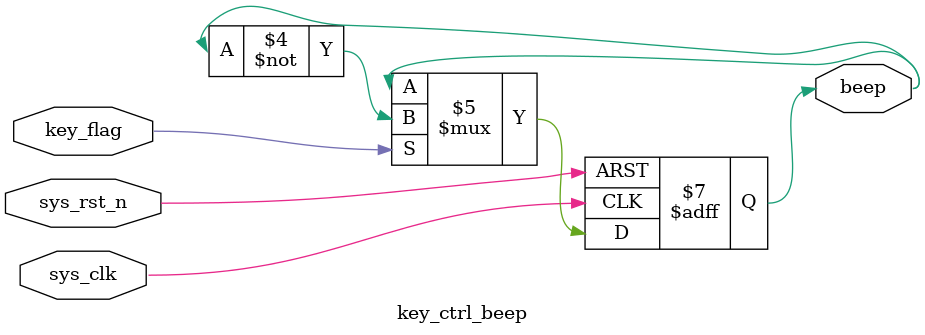
<source format=v>
`timescale  1ns/1ns

module  key_ctrl_beep
(
    input   wire    sys_clk     ,   //系统时钟，频率50MHz
    input   wire    sys_rst_n   ,   //复位信号，低电平有效
    input   wire    key_flag    ,   //按键有效信号

    output  reg     beep            //蜂鸣器控制信号
);

//********************************************************************//
//***************************** Main Code ****************************//
//********************************************************************//
//beep:当按键有效时改变蜂鸣器的状态
always@(posedge sys_clk or  negedge sys_rst_n)
    if(sys_rst_n == 1'b0)
        beep    <=  1'b0;
    else    if(key_flag == 1'b1)
        beep    <=  ~beep;

endmodule

</source>
